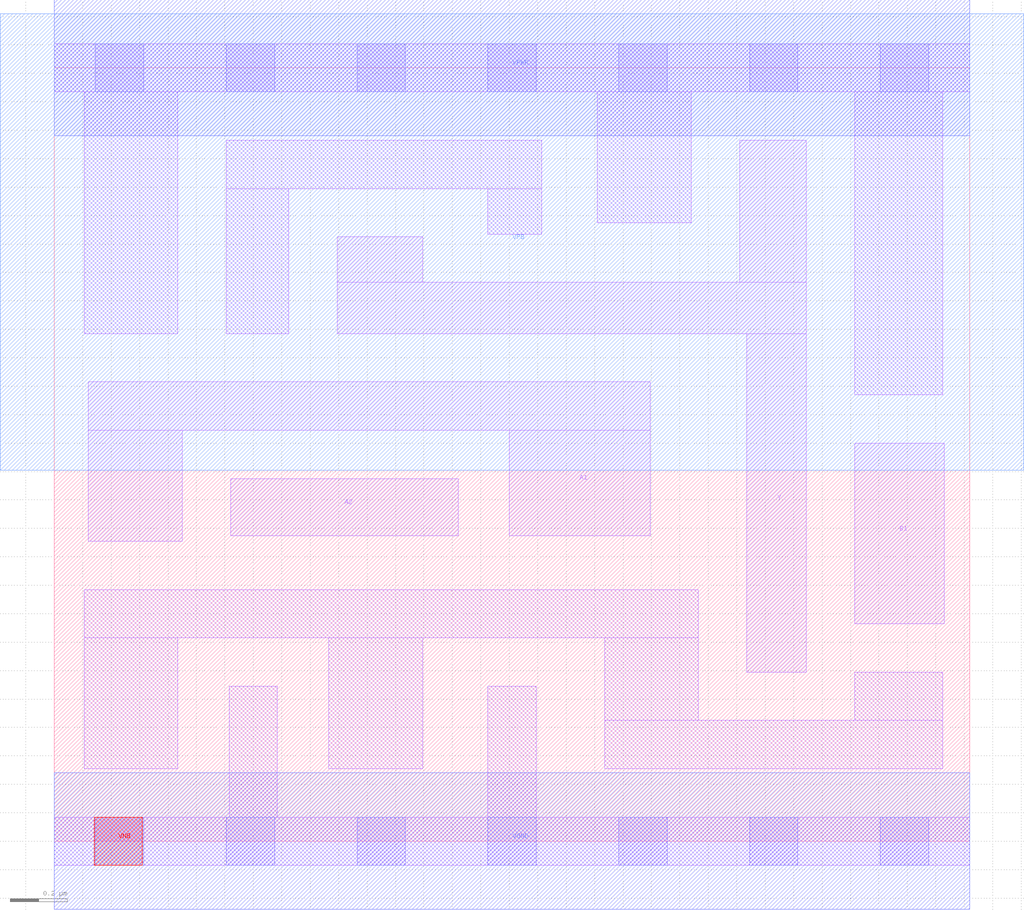
<source format=lef>
# Copyright 2020 The SkyWater PDK Authors
#
# Licensed under the Apache License, Version 2.0 (the "License");
# you may not use this file except in compliance with the License.
# You may obtain a copy of the License at
#
#     https://www.apache.org/licenses/LICENSE-2.0
#
# Unless required by applicable law or agreed to in writing, software
# distributed under the License is distributed on an "AS IS" BASIS,
# WITHOUT WARRANTIES OR CONDITIONS OF ANY KIND, either express or implied.
# See the License for the specific language governing permissions and
# limitations under the License.
#
# SPDX-License-Identifier: Apache-2.0

VERSION 5.7 ;
  NOWIREEXTENSIONATPIN ON ;
  DIVIDERCHAR "/" ;
  BUSBITCHARS "[]" ;
MACRO sky130_fd_sc_hd__o21ai_2
  CLASS CORE ;
  FOREIGN sky130_fd_sc_hd__o21ai_2 ;
  ORIGIN  0.000000  0.000000 ;
  SIZE  3.220000 BY  2.720000 ;
  SYMMETRY X Y R90 ;
  SITE unithd ;
  PIN A1
    ANTENNAGATEAREA  0.495000 ;
    DIRECTION INPUT ;
    USE SIGNAL ;
    PORT
      LAYER li1 ;
        RECT 0.120000 1.055000 0.450000 1.445000 ;
        RECT 0.120000 1.445000 2.095000 1.615000 ;
        RECT 1.600000 1.075000 2.095000 1.445000 ;
    END
  END A1
  PIN A2
    ANTENNAGATEAREA  0.495000 ;
    DIRECTION INPUT ;
    USE SIGNAL ;
    PORT
      LAYER li1 ;
        RECT 0.620000 1.075000 1.420000 1.275000 ;
    END
  END A2
  PIN B1
    ANTENNAGATEAREA  0.495000 ;
    DIRECTION INPUT ;
    USE SIGNAL ;
    PORT
      LAYER li1 ;
        RECT 2.815000 0.765000 3.130000 1.400000 ;
    END
  END B1
  PIN VNB
    PORT
      LAYER pwell ;
        RECT 0.140000 -0.085000 0.310000 0.085000 ;
    END
  END VNB
  PIN VPB
    PORT
      LAYER nwell ;
        RECT -0.190000 1.305000 3.410000 2.910000 ;
    END
  END VPB
  PIN Y
    ANTENNADIFFAREA  0.742000 ;
    DIRECTION OUTPUT ;
    USE SIGNAL ;
    PORT
      LAYER li1 ;
        RECT 0.995000 1.785000 2.645000 1.965000 ;
        RECT 0.995000 1.965000 1.295000 2.125000 ;
        RECT 2.410000 1.965000 2.645000 2.465000 ;
        RECT 2.435000 0.595000 2.645000 1.785000 ;
    END
  END Y
  PIN VGND
    DIRECTION INOUT ;
    SHAPE ABUTMENT ;
    USE GROUND ;
    PORT
      LAYER met1 ;
        RECT 0.000000 -0.240000 3.220000 0.240000 ;
    END
  END VGND
  PIN VPWR
    DIRECTION INOUT ;
    SHAPE ABUTMENT ;
    USE POWER ;
    PORT
      LAYER met1 ;
        RECT 0.000000 2.480000 3.220000 2.960000 ;
    END
  END VPWR
  OBS
    LAYER li1 ;
      RECT 0.000000 -0.085000 3.220000 0.085000 ;
      RECT 0.000000  2.635000 3.220000 2.805000 ;
      RECT 0.105000  0.255000 0.435000 0.715000 ;
      RECT 0.105000  0.715000 2.265000 0.885000 ;
      RECT 0.105000  1.785000 0.435000 2.635000 ;
      RECT 0.605000  1.785000 0.825000 2.295000 ;
      RECT 0.605000  2.295000 1.715000 2.465000 ;
      RECT 0.615000  0.085000 0.785000 0.545000 ;
      RECT 0.965000  0.255000 1.295000 0.715000 ;
      RECT 1.525000  0.085000 1.695000 0.545000 ;
      RECT 1.525000  2.135000 1.715000 2.295000 ;
      RECT 1.910000  2.175000 2.240000 2.635000 ;
      RECT 1.935000  0.255000 3.125000 0.425000 ;
      RECT 1.935000  0.425000 2.265000 0.715000 ;
      RECT 2.815000  0.425000 3.125000 0.595000 ;
      RECT 2.815000  1.570000 3.125000 2.635000 ;
    LAYER mcon ;
      RECT 0.145000 -0.085000 0.315000 0.085000 ;
      RECT 0.145000  2.635000 0.315000 2.805000 ;
      RECT 0.605000 -0.085000 0.775000 0.085000 ;
      RECT 0.605000  2.635000 0.775000 2.805000 ;
      RECT 1.065000 -0.085000 1.235000 0.085000 ;
      RECT 1.065000  2.635000 1.235000 2.805000 ;
      RECT 1.525000 -0.085000 1.695000 0.085000 ;
      RECT 1.525000  2.635000 1.695000 2.805000 ;
      RECT 1.985000 -0.085000 2.155000 0.085000 ;
      RECT 1.985000  2.635000 2.155000 2.805000 ;
      RECT 2.445000 -0.085000 2.615000 0.085000 ;
      RECT 2.445000  2.635000 2.615000 2.805000 ;
      RECT 2.905000 -0.085000 3.075000 0.085000 ;
      RECT 2.905000  2.635000 3.075000 2.805000 ;
  END
END sky130_fd_sc_hd__o21ai_2
END LIBRARY

</source>
